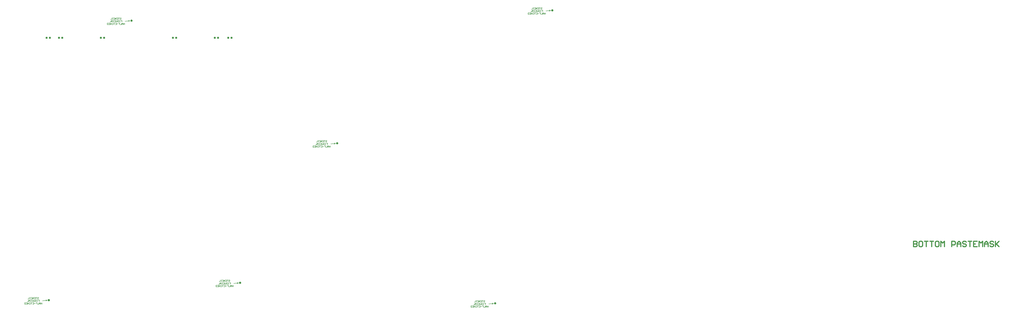
<source format=gbp>
G04*
G04 #@! TF.GenerationSoftware,Altium Limited,Altium Designer,20.1.11 (218)*
G04*
G04 Layer_Color=128*
%FSLAX24Y24*%
%MOIN*%
G70*
G04*
G04 #@! TF.SameCoordinates,0BE0D124-E2EA-4A07-8277-1AC6FE167F2B*
G04*
G04*
G04 #@! TF.FilePolarity,Positive*
G04*
G01*
G75*
%ADD11C,0.0200*%
G04:AMPARAMS|DCode=66|XSize=35mil|YSize=34mil|CornerRadius=6mil|HoleSize=0mil|Usage=FLASHONLY|Rotation=180.000|XOffset=0mil|YOffset=0mil|HoleType=Round|Shape=RoundedRectangle|*
%AMROUNDEDRECTD66*
21,1,0.0350,0.0221,0,0,180.0*
21,1,0.0231,0.0340,0,0,180.0*
1,1,0.0119,-0.0116,0.0111*
1,1,0.0119,0.0116,0.0111*
1,1,0.0119,0.0116,-0.0111*
1,1,0.0119,-0.0116,-0.0111*
%
%ADD66ROUNDEDRECTD66*%
%ADD87C,0.0050*%
G36*
X9161Y4729D02*
X9141D01*
X9103Y4722D01*
X9067Y4707D01*
X9035Y4685D01*
X9008Y4658D01*
X8986Y4626D01*
X8971Y4590D01*
X8964Y4552D01*
Y4533D01*
Y4513D01*
X8971Y4475D01*
X8986Y4439D01*
X9008Y4407D01*
X9035Y4380D01*
X9067Y4358D01*
X9103Y4343D01*
X9141Y4336D01*
X9161D01*
X9180D01*
X9218Y4343D01*
X9254Y4358D01*
X9286Y4380D01*
X9314Y4407D01*
X9335Y4439D01*
X9350Y4475D01*
X9358Y4513D01*
Y4533D01*
Y4552D01*
X9350Y4590D01*
X9335Y4626D01*
X9314Y4658D01*
X9286Y4685D01*
X9254Y4707D01*
X9218Y4722D01*
X9180Y4729D01*
X9161D01*
D01*
D02*
G37*
G36*
X44195Y7922D02*
X44175D01*
X44137Y7914D01*
X44101Y7899D01*
X44069Y7878D01*
X44042Y7850D01*
X44020Y7818D01*
X44005Y7782D01*
X43998Y7744D01*
Y7725D01*
Y7706D01*
X44005Y7668D01*
X44020Y7632D01*
X44042Y7599D01*
X44069Y7572D01*
X44101Y7551D01*
X44137Y7536D01*
X44175Y7528D01*
X44195D01*
X44214D01*
X44252Y7536D01*
X44288Y7551D01*
X44320Y7572D01*
X44347Y7599D01*
X44369Y7632D01*
X44384Y7668D01*
X44391Y7706D01*
Y7725D01*
Y7744D01*
X44384Y7782D01*
X44369Y7818D01*
X44347Y7850D01*
X44320Y7878D01*
X44288Y7899D01*
X44252Y7914D01*
X44214Y7922D01*
X44195D01*
D01*
D02*
G37*
G36*
X24303Y56025D02*
X24284D01*
X24246Y56018D01*
X24210Y56003D01*
X24178Y55982D01*
X24150Y55954D01*
X24129Y55922D01*
X24114Y55886D01*
X24106Y55848D01*
Y55829D01*
Y55809D01*
X24114Y55771D01*
X24129Y55735D01*
X24150Y55703D01*
X24178Y55676D01*
X24210Y55654D01*
X24246Y55639D01*
X24284Y55632D01*
X24303D01*
X24323D01*
X24361Y55639D01*
X24397Y55654D01*
X24429Y55676D01*
X24456Y55703D01*
X24478Y55735D01*
X24493Y55771D01*
X24500Y55809D01*
Y55829D01*
Y55848D01*
X24493Y55886D01*
X24478Y55922D01*
X24456Y55954D01*
X24429Y55982D01*
X24397Y56003D01*
X24361Y56018D01*
X24323Y56025D01*
X24303D01*
D01*
D02*
G37*
G36*
X90899Y4156D02*
X90880D01*
X90842Y4148D01*
X90806Y4134D01*
X90774Y4112D01*
X90746Y4085D01*
X90725Y4052D01*
X90710Y4017D01*
X90702Y3979D01*
Y3959D01*
Y3940D01*
X90710Y3902D01*
X90725Y3866D01*
X90746Y3834D01*
X90774Y3806D01*
X90806Y3785D01*
X90842Y3770D01*
X90880Y3762D01*
X90899D01*
X90919D01*
X90957Y3770D01*
X90992Y3785D01*
X91025Y3806D01*
X91052Y3834D01*
X91074Y3866D01*
X91088Y3902D01*
X91096Y3940D01*
Y3959D01*
Y3979D01*
X91088Y4017D01*
X91074Y4052D01*
X91052Y4085D01*
X91025Y4112D01*
X90992Y4134D01*
X90957Y4148D01*
X90919Y4156D01*
X90899D01*
D01*
D02*
G37*
G36*
X61966Y33520D02*
X61946D01*
X61908Y33512D01*
X61872Y33497D01*
X61840Y33476D01*
X61813Y33448D01*
X61791Y33416D01*
X61776Y33380D01*
X61769Y33342D01*
Y33323D01*
Y33303D01*
X61776Y33265D01*
X61791Y33230D01*
X61813Y33197D01*
X61840Y33170D01*
X61872Y33148D01*
X61908Y33134D01*
X61946Y33126D01*
X61966D01*
X61985D01*
X62023Y33134D01*
X62059Y33148D01*
X62091Y33170D01*
X62119Y33197D01*
X62140Y33230D01*
X62155Y33265D01*
X62163Y33303D01*
Y33323D01*
Y33342D01*
X62155Y33380D01*
X62140Y33416D01*
X62119Y33448D01*
X62091Y33476D01*
X62059Y33497D01*
X62023Y33512D01*
X61985Y33520D01*
X61966D01*
D01*
D02*
G37*
G36*
X101367Y57910D02*
X101348D01*
X101310Y57902D01*
X101274Y57888D01*
X101242Y57866D01*
X101214Y57839D01*
X101193Y57806D01*
X101178Y57771D01*
X101170Y57733D01*
Y57713D01*
Y57694D01*
X101178Y57656D01*
X101193Y57620D01*
X101214Y57588D01*
X101242Y57560D01*
X101274Y57539D01*
X101310Y57524D01*
X101348Y57516D01*
X101367D01*
X101386D01*
X101424Y57524D01*
X101460Y57539D01*
X101492Y57560D01*
X101520Y57588D01*
X101541Y57620D01*
X101556Y57656D01*
X101564Y57694D01*
Y57713D01*
Y57733D01*
X101556Y57771D01*
X101541Y57806D01*
X101520Y57839D01*
X101492Y57866D01*
X101460Y57888D01*
X101424Y57902D01*
X101386Y57910D01*
X101367D01*
D01*
D02*
G37*
D11*
X167525Y15340D02*
Y14340D01*
X168025D01*
X168191Y14507D01*
Y14673D01*
X168025Y14840D01*
X167525D01*
X168025D01*
X168191Y15007D01*
Y15173D01*
X168025Y15340D01*
X167525D01*
X169024D02*
X168691D01*
X168525Y15173D01*
Y14507D01*
X168691Y14340D01*
X169024D01*
X169191Y14507D01*
Y15173D01*
X169024Y15340D01*
X169524D02*
X170191D01*
X169857D01*
Y14340D01*
X170524Y15340D02*
X171190D01*
X170857D01*
Y14340D01*
X172023Y15340D02*
X171690D01*
X171524Y15173D01*
Y14507D01*
X171690Y14340D01*
X172023D01*
X172190Y14507D01*
Y15173D01*
X172023Y15340D01*
X172523Y14340D02*
Y15340D01*
X172856Y15007D01*
X173190Y15340D01*
Y14340D01*
X174523D02*
Y15340D01*
X175022D01*
X175189Y15173D01*
Y14840D01*
X175022Y14673D01*
X174523D01*
X175522Y14340D02*
Y15007D01*
X175855Y15340D01*
X176189Y15007D01*
Y14340D01*
Y14840D01*
X175522D01*
X177188Y15173D02*
X177022Y15340D01*
X176689D01*
X176522Y15173D01*
Y15007D01*
X176689Y14840D01*
X177022D01*
X177188Y14673D01*
Y14507D01*
X177022Y14340D01*
X176689D01*
X176522Y14507D01*
X177522Y15340D02*
X178188D01*
X177855D01*
Y14340D01*
X179188Y15340D02*
X178521D01*
Y14340D01*
X179188D01*
X178521Y14840D02*
X178855D01*
X179521Y14340D02*
Y15340D01*
X179854Y15007D01*
X180187Y15340D01*
Y14340D01*
X180521D02*
Y15007D01*
X180854Y15340D01*
X181187Y15007D01*
Y14340D01*
Y14840D01*
X180521D01*
X182187Y15173D02*
X182020Y15340D01*
X181687D01*
X181520Y15173D01*
Y15007D01*
X181687Y14840D01*
X182020D01*
X182187Y14673D01*
Y14507D01*
X182020Y14340D01*
X181687D01*
X181520Y14507D01*
X182520Y15340D02*
Y14340D01*
Y14673D01*
X183186Y15340D01*
X182687Y14840D01*
X183186Y14340D01*
D66*
X42028Y52690D02*
D03*
X42618D02*
D03*
X9350D02*
D03*
X8760D02*
D03*
X11024D02*
D03*
X11614D02*
D03*
X40157D02*
D03*
X39567D02*
D03*
X32480D02*
D03*
X31890D02*
D03*
X18701D02*
D03*
X19291D02*
D03*
D87*
X60796Y33213D02*
X61646Y33283D01*
X61436Y33153D02*
X61646Y33283D01*
X61426Y33373D02*
X61646Y33283D01*
X89729Y3849D02*
X90579Y3919D01*
X90369Y3789D02*
X90579Y3919D01*
X90359Y4009D02*
X90579Y3919D01*
X100197Y57603D02*
X101047Y57673D01*
X100837Y57543D02*
X101047Y57673D01*
X100827Y57763D02*
X101047Y57673D01*
X43025Y7615D02*
X43875Y7685D01*
X43665Y7555D02*
X43875Y7685D01*
X43655Y7775D02*
X43875Y7685D01*
X23133Y55719D02*
X23983Y55789D01*
X23773Y55659D02*
X23983Y55789D01*
X23763Y55879D02*
X23983Y55789D01*
X7991Y4423D02*
X8841Y4493D01*
X8631Y4363D02*
X8841Y4493D01*
X8621Y4583D02*
X8841Y4493D01*
X42120Y8185D02*
X42170Y8235D01*
X42270D01*
X42320Y8185D01*
Y8135D01*
X42270Y8085D01*
X42170D01*
X42120Y8035D01*
Y7985D01*
X42170Y7935D01*
X42270D01*
X42320Y7985D01*
X42020Y8235D02*
X41820D01*
X41920D01*
Y7935D01*
X41520Y8235D02*
X41720D01*
Y7935D01*
X41520D01*
X41720Y8085D02*
X41620D01*
X41420Y7935D02*
Y8235D01*
X41220Y7935D01*
Y8235D01*
X40920Y8185D02*
X40970Y8235D01*
X41070D01*
X41120Y8185D01*
Y7985D01*
X41070Y7935D01*
X40970D01*
X40920Y7985D01*
X40820Y8235D02*
X40720D01*
X40770D01*
Y7935D01*
X40820D01*
X40720D01*
X40570Y8235D02*
Y7935D01*
X40370D01*
X42245Y7755D02*
X42445D01*
Y7605D01*
X42345D01*
X42445D01*
Y7455D01*
X42145Y7755D02*
X42045D01*
X42095D01*
Y7455D01*
X42145D01*
X42045D01*
X41895Y7755D02*
Y7455D01*
X41745D01*
X41695Y7505D01*
Y7705D01*
X41745Y7755D01*
X41895D01*
X41595D02*
Y7505D01*
X41545Y7455D01*
X41445D01*
X41395Y7505D01*
Y7755D01*
X41095Y7705D02*
X41145Y7755D01*
X41245D01*
X41295Y7705D01*
Y7505D01*
X41245Y7455D01*
X41145D01*
X41095Y7505D01*
X40995Y7755D02*
X40895D01*
X40945D01*
Y7455D01*
X40995D01*
X40895D01*
X40745D02*
Y7655D01*
X40645Y7755D01*
X40545Y7655D01*
Y7455D01*
Y7605D01*
X40745D01*
X40445Y7755D02*
Y7455D01*
X40245D01*
X42945Y7275D02*
Y6975D01*
Y7125D01*
X42745D01*
Y7275D01*
Y6975D01*
X42645D02*
Y7175D01*
X42545Y7275D01*
X42445Y7175D01*
Y6975D01*
Y7125D01*
X42645D01*
X42345Y7275D02*
Y6975D01*
X42145D01*
X41845Y7275D02*
X42045D01*
Y7125D01*
X41945D01*
X42045D01*
Y6975D01*
X41745Y7125D02*
X41545D01*
X41245Y7275D02*
X41445D01*
Y6975D01*
X41245D01*
X41445Y7125D02*
X41345D01*
X41145Y7275D02*
X40945D01*
X41045D01*
Y6975D01*
X40645Y7225D02*
X40695Y7275D01*
X40795D01*
X40845Y7225D01*
Y7025D01*
X40795Y6975D01*
X40695D01*
X40645Y7025D01*
X40545Y7275D02*
Y6975D01*
Y7125D01*
X40345D01*
Y7275D01*
Y6975D01*
X40045Y7275D02*
X40245D01*
Y6975D01*
X40045D01*
X40245Y7125D02*
X40145D01*
X39945Y7275D02*
Y6975D01*
X39796D01*
X39746Y7025D01*
Y7225D01*
X39796Y7275D01*
X39945D01*
X7086Y4992D02*
X7136Y5042D01*
X7236D01*
X7286Y4992D01*
Y4942D01*
X7236Y4892D01*
X7136D01*
X7086Y4842D01*
Y4792D01*
X7136Y4742D01*
X7236D01*
X7286Y4792D01*
X6986Y5042D02*
X6786D01*
X6886D01*
Y4742D01*
X6486Y5042D02*
X6686D01*
Y4742D01*
X6486D01*
X6686Y4892D02*
X6586D01*
X6386Y4742D02*
Y5042D01*
X6186Y4742D01*
Y5042D01*
X5886Y4992D02*
X5936Y5042D01*
X6036D01*
X6086Y4992D01*
Y4792D01*
X6036Y4742D01*
X5936D01*
X5886Y4792D01*
X5786Y5042D02*
X5686D01*
X5736D01*
Y4742D01*
X5786D01*
X5686D01*
X5536Y5042D02*
Y4742D01*
X5336D01*
X7211Y4562D02*
X7411D01*
Y4412D01*
X7311D01*
X7411D01*
Y4262D01*
X7111Y4562D02*
X7011D01*
X7061D01*
Y4262D01*
X7111D01*
X7011D01*
X6861Y4562D02*
Y4262D01*
X6711D01*
X6661Y4312D01*
Y4512D01*
X6711Y4562D01*
X6861D01*
X6561D02*
Y4312D01*
X6511Y4262D01*
X6411D01*
X6361Y4312D01*
Y4562D01*
X6061Y4512D02*
X6111Y4562D01*
X6211D01*
X6261Y4512D01*
Y4312D01*
X6211Y4262D01*
X6111D01*
X6061Y4312D01*
X5961Y4562D02*
X5861D01*
X5911D01*
Y4262D01*
X5961D01*
X5861D01*
X5711D02*
Y4462D01*
X5611Y4562D01*
X5511Y4462D01*
Y4262D01*
Y4412D01*
X5711D01*
X5411Y4562D02*
Y4262D01*
X5212D01*
X7911Y4083D02*
Y3783D01*
Y3933D01*
X7711D01*
Y4083D01*
Y3783D01*
X7611D02*
Y3983D01*
X7511Y4083D01*
X7411Y3983D01*
Y3783D01*
Y3933D01*
X7611D01*
X7311Y4083D02*
Y3783D01*
X7111D01*
X6811Y4083D02*
X7011D01*
Y3933D01*
X6911D01*
X7011D01*
Y3783D01*
X6711Y3933D02*
X6511D01*
X6211Y4083D02*
X6411D01*
Y3783D01*
X6211D01*
X6411Y3933D02*
X6311D01*
X6111Y4083D02*
X5911D01*
X6011D01*
Y3783D01*
X5611Y4033D02*
X5661Y4083D01*
X5761D01*
X5811Y4033D01*
Y3833D01*
X5761Y3783D01*
X5661D01*
X5611Y3833D01*
X5511Y4083D02*
Y3783D01*
Y3933D01*
X5312D01*
Y4083D01*
Y3783D01*
X5012Y4083D02*
X5212D01*
Y3783D01*
X5012D01*
X5212Y3933D02*
X5112D01*
X4912Y4083D02*
Y3783D01*
X4762D01*
X4712Y3833D01*
Y4033D01*
X4762Y4083D01*
X4912D01*
X99292Y58173D02*
X99342Y58223D01*
X99442D01*
X99492Y58173D01*
Y58123D01*
X99442Y58073D01*
X99342D01*
X99292Y58023D01*
Y57973D01*
X99342Y57923D01*
X99442D01*
X99492Y57973D01*
X99192Y58223D02*
X98992D01*
X99092D01*
Y57923D01*
X98692Y58223D02*
X98892D01*
Y57923D01*
X98692D01*
X98892Y58073D02*
X98792D01*
X98593Y57923D02*
Y58223D01*
X98393Y57923D01*
Y58223D01*
X98093Y58173D02*
X98143Y58223D01*
X98243D01*
X98293Y58173D01*
Y57973D01*
X98243Y57923D01*
X98143D01*
X98093Y57973D01*
X97993Y58223D02*
X97893D01*
X97943D01*
Y57923D01*
X97993D01*
X97893D01*
X97743Y58223D02*
Y57923D01*
X97543D01*
X99417Y57743D02*
X99617D01*
Y57593D01*
X99517D01*
X99617D01*
Y57443D01*
X99317Y57743D02*
X99217D01*
X99267D01*
Y57443D01*
X99317D01*
X99217D01*
X99067Y57743D02*
Y57443D01*
X98917D01*
X98867Y57493D01*
Y57693D01*
X98917Y57743D01*
X99067D01*
X98767D02*
Y57493D01*
X98717Y57443D01*
X98617D01*
X98568Y57493D01*
Y57743D01*
X98268Y57693D02*
X98318Y57743D01*
X98418D01*
X98468Y57693D01*
Y57493D01*
X98418Y57443D01*
X98318D01*
X98268Y57493D01*
X98168Y57743D02*
X98068D01*
X98118D01*
Y57443D01*
X98168D01*
X98068D01*
X97918D02*
Y57643D01*
X97818Y57743D01*
X97718Y57643D01*
Y57443D01*
Y57593D01*
X97918D01*
X97618Y57743D02*
Y57443D01*
X97418D01*
X100117Y57263D02*
Y56963D01*
Y57113D01*
X99917D01*
Y57263D01*
Y56963D01*
X99817D02*
Y57163D01*
X99717Y57263D01*
X99617Y57163D01*
Y56963D01*
Y57113D01*
X99817D01*
X99517Y57263D02*
Y56963D01*
X99317D01*
X99017Y57263D02*
X99217D01*
Y57113D01*
X99117D01*
X99217D01*
Y56963D01*
X98917Y57113D02*
X98717D01*
X98418Y57263D02*
X98617D01*
Y56963D01*
X98418D01*
X98617Y57113D02*
X98518D01*
X98318Y57263D02*
X98118D01*
X98218D01*
Y56963D01*
X97818Y57213D02*
X97868Y57263D01*
X97968D01*
X98018Y57213D01*
Y57013D01*
X97968Y56963D01*
X97868D01*
X97818Y57013D01*
X97718Y57263D02*
Y56963D01*
Y57113D01*
X97518D01*
Y57263D01*
Y56963D01*
X97218Y57263D02*
X97418D01*
Y56963D01*
X97218D01*
X97418Y57113D02*
X97318D01*
X97118Y57263D02*
Y56963D01*
X96968D01*
X96918Y57013D01*
Y57213D01*
X96968Y57263D01*
X97118D01*
X88824Y4419D02*
X88874Y4469D01*
X88974D01*
X89024Y4419D01*
Y4369D01*
X88974Y4319D01*
X88874D01*
X88824Y4269D01*
Y4219D01*
X88874Y4169D01*
X88974D01*
X89024Y4219D01*
X88724Y4469D02*
X88524D01*
X88624D01*
Y4169D01*
X88225Y4469D02*
X88425D01*
Y4169D01*
X88225D01*
X88425Y4319D02*
X88325D01*
X88125Y4169D02*
Y4469D01*
X87925Y4169D01*
Y4469D01*
X87625Y4419D02*
X87675Y4469D01*
X87775D01*
X87825Y4419D01*
Y4219D01*
X87775Y4169D01*
X87675D01*
X87625Y4219D01*
X87525Y4469D02*
X87425D01*
X87475D01*
Y4169D01*
X87525D01*
X87425D01*
X87275Y4469D02*
Y4169D01*
X87075D01*
X88949Y3989D02*
X89149D01*
Y3839D01*
X89049D01*
X89149D01*
Y3689D01*
X88849Y3989D02*
X88749D01*
X88799D01*
Y3689D01*
X88849D01*
X88749D01*
X88599Y3989D02*
Y3689D01*
X88450D01*
X88400Y3739D01*
Y3939D01*
X88450Y3989D01*
X88599D01*
X88300D02*
Y3739D01*
X88250Y3689D01*
X88150D01*
X88100Y3739D01*
Y3989D01*
X87800Y3939D02*
X87850Y3989D01*
X87950D01*
X88000Y3939D01*
Y3739D01*
X87950Y3689D01*
X87850D01*
X87800Y3739D01*
X87700Y3989D02*
X87600D01*
X87650D01*
Y3689D01*
X87700D01*
X87600D01*
X87450D02*
Y3889D01*
X87350Y3989D01*
X87250Y3889D01*
Y3689D01*
Y3839D01*
X87450D01*
X87150Y3989D02*
Y3689D01*
X86950D01*
X89649Y3509D02*
Y3209D01*
Y3359D01*
X89449D01*
Y3509D01*
Y3209D01*
X89349D02*
Y3409D01*
X89249Y3509D01*
X89149Y3409D01*
Y3209D01*
Y3359D01*
X89349D01*
X89049Y3509D02*
Y3209D01*
X88849D01*
X88549Y3509D02*
X88749D01*
Y3359D01*
X88649D01*
X88749D01*
Y3209D01*
X88450Y3359D02*
X88250D01*
X87950Y3509D02*
X88150D01*
Y3209D01*
X87950D01*
X88150Y3359D02*
X88050D01*
X87850Y3509D02*
X87650D01*
X87750D01*
Y3209D01*
X87350Y3459D02*
X87400Y3509D01*
X87500D01*
X87550Y3459D01*
Y3259D01*
X87500Y3209D01*
X87400D01*
X87350Y3259D01*
X87250Y3509D02*
Y3209D01*
Y3359D01*
X87050D01*
Y3509D01*
Y3209D01*
X86750Y3509D02*
X86950D01*
Y3209D01*
X86750D01*
X86950Y3359D02*
X86850D01*
X86650Y3509D02*
Y3209D01*
X86500D01*
X86450Y3259D01*
Y3459D01*
X86500Y3509D01*
X86650D01*
X22229Y56288D02*
X22279Y56338D01*
X22379D01*
X22429Y56288D01*
Y56238D01*
X22379Y56188D01*
X22279D01*
X22229Y56138D01*
Y56088D01*
X22279Y56038D01*
X22379D01*
X22429Y56088D01*
X22129Y56338D02*
X21929D01*
X22029D01*
Y56038D01*
X21629Y56338D02*
X21829D01*
Y56038D01*
X21629D01*
X21829Y56188D02*
X21729D01*
X21529Y56038D02*
Y56338D01*
X21329Y56038D01*
Y56338D01*
X21029Y56288D02*
X21079Y56338D01*
X21179D01*
X21229Y56288D01*
Y56088D01*
X21179Y56038D01*
X21079D01*
X21029Y56088D01*
X20929Y56338D02*
X20829D01*
X20879D01*
Y56038D01*
X20929D01*
X20829D01*
X20679Y56338D02*
Y56038D01*
X20479D01*
X22354Y55858D02*
X22553D01*
Y55708D01*
X22453D01*
X22553D01*
Y55558D01*
X22254Y55858D02*
X22154D01*
X22204D01*
Y55558D01*
X22254D01*
X22154D01*
X22004Y55858D02*
Y55558D01*
X21854D01*
X21804Y55608D01*
Y55808D01*
X21854Y55858D01*
X22004D01*
X21704D02*
Y55608D01*
X21654Y55558D01*
X21554D01*
X21504Y55608D01*
Y55858D01*
X21204Y55808D02*
X21254Y55858D01*
X21354D01*
X21404Y55808D01*
Y55608D01*
X21354Y55558D01*
X21254D01*
X21204Y55608D01*
X21104Y55858D02*
X21004D01*
X21054D01*
Y55558D01*
X21104D01*
X21004D01*
X20854D02*
Y55758D01*
X20754Y55858D01*
X20654Y55758D01*
Y55558D01*
Y55708D01*
X20854D01*
X20554Y55858D02*
Y55558D01*
X20354D01*
X23053Y55379D02*
Y55079D01*
Y55229D01*
X22853D01*
Y55379D01*
Y55079D01*
X22753D02*
Y55279D01*
X22653Y55379D01*
X22553Y55279D01*
Y55079D01*
Y55229D01*
X22753D01*
X22453Y55379D02*
Y55079D01*
X22254D01*
X21954Y55379D02*
X22154D01*
Y55229D01*
X22054D01*
X22154D01*
Y55079D01*
X21854Y55229D02*
X21654D01*
X21354Y55379D02*
X21554D01*
Y55079D01*
X21354D01*
X21554Y55229D02*
X21454D01*
X21254Y55379D02*
X21054D01*
X21154D01*
Y55079D01*
X20754Y55329D02*
X20804Y55379D01*
X20904D01*
X20954Y55329D01*
Y55129D01*
X20904Y55079D01*
X20804D01*
X20754Y55129D01*
X20654Y55379D02*
Y55079D01*
Y55229D01*
X20454D01*
Y55379D01*
Y55079D01*
X20154Y55379D02*
X20354D01*
Y55079D01*
X20154D01*
X20354Y55229D02*
X20254D01*
X20054Y55379D02*
Y55079D01*
X19904D01*
X19854Y55129D01*
Y55329D01*
X19904Y55379D01*
X20054D01*
X59891Y33782D02*
X59941Y33832D01*
X60041D01*
X60091Y33782D01*
Y33733D01*
X60041Y33683D01*
X59941D01*
X59891Y33633D01*
Y33583D01*
X59941Y33533D01*
X60041D01*
X60091Y33583D01*
X59791Y33832D02*
X59591D01*
X59691D01*
Y33533D01*
X59291Y33832D02*
X59491D01*
Y33533D01*
X59291D01*
X59491Y33683D02*
X59391D01*
X59191Y33533D02*
Y33832D01*
X58991Y33533D01*
Y33832D01*
X58691Y33782D02*
X58741Y33832D01*
X58841D01*
X58891Y33782D01*
Y33583D01*
X58841Y33533D01*
X58741D01*
X58691Y33583D01*
X58591Y33832D02*
X58491D01*
X58541D01*
Y33533D01*
X58591D01*
X58491D01*
X58341Y33832D02*
Y33533D01*
X58142D01*
X60016Y33353D02*
X60216D01*
Y33203D01*
X60116D01*
X60216D01*
Y33053D01*
X59916Y33353D02*
X59816D01*
X59866D01*
Y33053D01*
X59916D01*
X59816D01*
X59666Y33353D02*
Y33053D01*
X59516D01*
X59466Y33103D01*
Y33303D01*
X59516Y33353D01*
X59666D01*
X59366D02*
Y33103D01*
X59316Y33053D01*
X59216D01*
X59166Y33103D01*
Y33353D01*
X58866Y33303D02*
X58916Y33353D01*
X59016D01*
X59066Y33303D01*
Y33103D01*
X59016Y33053D01*
X58916D01*
X58866Y33103D01*
X58766Y33353D02*
X58666D01*
X58716D01*
Y33053D01*
X58766D01*
X58666D01*
X58516D02*
Y33253D01*
X58416Y33353D01*
X58316Y33253D01*
Y33053D01*
Y33203D01*
X58516D01*
X58217Y33353D02*
Y33053D01*
X58017D01*
X60716Y32873D02*
Y32573D01*
Y32723D01*
X60516D01*
Y32873D01*
Y32573D01*
X60416D02*
Y32773D01*
X60316Y32873D01*
X60216Y32773D01*
Y32573D01*
Y32723D01*
X60416D01*
X60116Y32873D02*
Y32573D01*
X59916D01*
X59616Y32873D02*
X59816D01*
Y32723D01*
X59716D01*
X59816D01*
Y32573D01*
X59516Y32723D02*
X59316D01*
X59016Y32873D02*
X59216D01*
Y32573D01*
X59016D01*
X59216Y32723D02*
X59116D01*
X58916Y32873D02*
X58716D01*
X58816D01*
Y32573D01*
X58416Y32823D02*
X58466Y32873D01*
X58566D01*
X58616Y32823D01*
Y32623D01*
X58566Y32573D01*
X58466D01*
X58416Y32623D01*
X58316Y32873D02*
Y32573D01*
Y32723D01*
X58117D01*
Y32873D01*
Y32573D01*
X57817Y32873D02*
X58017D01*
Y32573D01*
X57817D01*
X58017Y32723D02*
X57917D01*
X57717Y32873D02*
Y32573D01*
X57567D01*
X57517Y32623D01*
Y32823D01*
X57567Y32873D01*
X57717D01*
M02*

</source>
